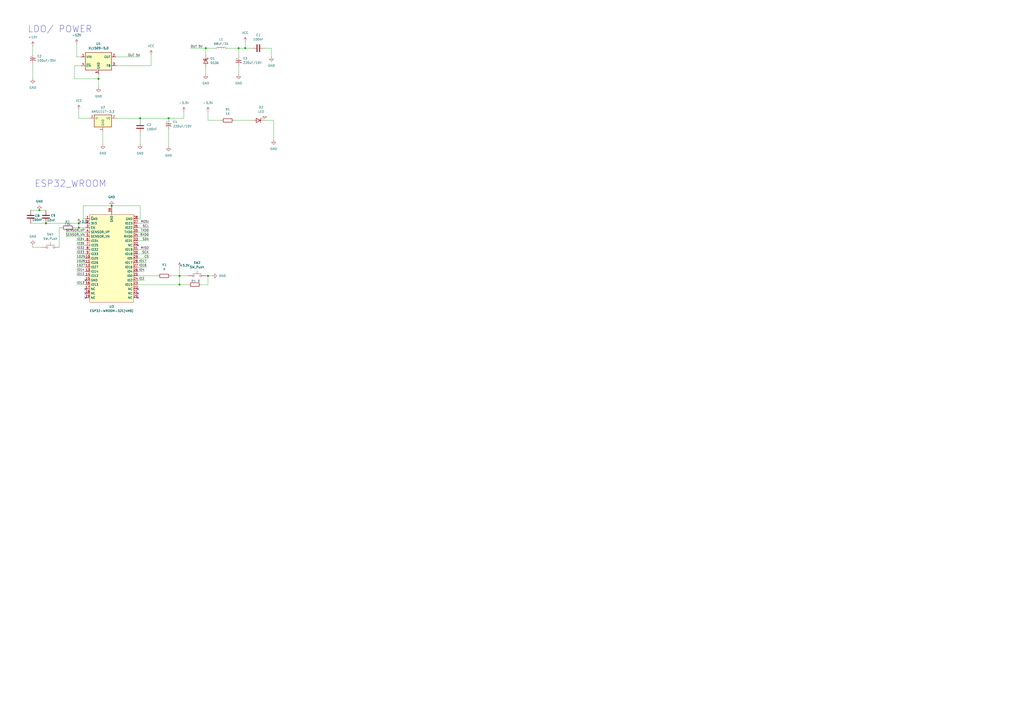
<source format=kicad_sch>
(kicad_sch (version 20250114) (generator "eeschema") (generator_version "9.0")
  (paper "A2")
  (lib_symbols
    (symbol "Device:C" (pin_numbers (hide yes)) (pin_names (offset 0.254))
      (property "Reference" "C" (at 0.635 2.54 0))
      (property "Value" "C" (at 0.635 -2.54 0))
      (symbol "C_0_1"
        (polyline (pts (xy -2.032 0.762) (xy 2.032 0.762)) (stroke (width 0.508)))
        (polyline (pts (xy -2.032 -0.762) (xy 2.032 -0.762)) (stroke (width 0.508)))
      )
      (symbol "C_1_1"
        (pin passive line (at 0 3.81 270) (length 2.794) (name "~") (number "1"))
        (pin passive line (at 0 -3.81 90) (length 2.794) (name "~") (number "2"))
      )
    )
    (symbol "Device:C_Polarized_Small_US" (pin_numbers (hide yes)) (pin_names (offset 0.254) (hide yes))
      (property "Reference" "C" (at 0.254 1.778 0))
      (property "Value" "C_Polarized_Small_US" (at 0.254 -2.032 0))
      (symbol "C_Polarized_Small_US_0_1"
        (polyline (pts (xy -1.524 0.508) (xy 1.524 0.508)) (stroke (width 0.3048)))
        (polyline (pts (xy -1.27 1.524) (xy -0.762 1.524)))
        (polyline (pts (xy -1.016 1.27) (xy -1.016 1.778)))
        (arc (start -1.524 -0.762) (mid 0 -0.3734) (end 1.524 -0.762) (stroke (width 0.3048)))
      )
      (symbol "C_Polarized_Small_US_1_1"
        (pin passive line (at 0 2.54 270) (length 2.032) (name "~") (number "1"))
        (pin passive line (at 0 -2.54 90) (length 2.032) (name "~") (number "2"))
      )
    )
    (symbol "Device:L" (pin_numbers (hide yes)) (pin_names (offset 1.016) (hide yes))
      (property "Reference" "L" (at -1.27 0 90))
      (property "Value" "L" (at 1.905 0 90))
      (symbol "L_0_1"
        (arc (start 0 2.54) (mid 0.6323 1.905) (end 0 1.27))
        (arc (start 0 1.27) (mid 0.6323 0.635) (end 0 0))
        (arc (start 0 0) (mid 0.6323 -0.635) (end 0 -1.27))
        (arc (start 0 -1.27) (mid 0.6323 -1.905) (end 0 -2.54))
      )
      (symbol "L_1_1"
        (pin passive line (at 0 3.81 270) (length 1.27) (name "1") (number "1"))
        (pin passive line (at 0 -3.81 90) (length 1.27) (name "2") (number "2"))
      )
    )
    (symbol "Device:LED" (pin_numbers (hide yes)) (pin_names (offset 1.016) (hide yes))
      (property "Reference" "D" (at 0 2.54 0))
      (property "Value" "LED" (at 0 -2.54 0))
      (symbol "LED_0_1"
        (polyline (pts (xy -3.048 -0.762) (xy -4.572 -2.286) (xy -3.81 -2.286) (xy -4.572 -2.286) (xy -4.572 -1.524)))
        (polyline (pts (xy -1.778 -0.762) (xy -3.302 -2.286) (xy -2.54 -2.286) (xy -3.302 -2.286) (xy -3.302 -1.524)))
        (polyline (pts (xy -1.27 0) (xy 1.27 0)))
        (polyline (pts (xy -1.27 -1.27) (xy -1.27 1.27)) (stroke (width 0.254)))
        (polyline (pts (xy 1.27 -1.27) (xy 1.27 1.27) (xy -1.27 0) (xy 1.27 -1.27)) (stroke (width 0.254)))
      )
      (symbol "LED_1_1"
        (pin passive line (at -3.81 0 0) (length 2.54) (name "K") (number "1"))
        (pin passive line (at 3.81 0 180) (length 2.54) (name "A") (number "2"))
      )
    )
    (symbol "Device:R" (pin_numbers (hide yes)) (pin_names (offset 0))
      (property "Reference" "R" (at 2.032 0 90))
      (property "Value" "R" (at 0 0 90))
      (symbol "R_0_1"
        (rectangle (start -1.016 -2.54) (end 1.016 2.54) (stroke (width 0.254)))
      )
      (symbol "R_1_1"
        (pin passive line (at 0 3.81 270) (length 1.27) (name "~") (number "1"))
        (pin passive line (at 0 -3.81 90) (length 1.27) (name "~") (number "2"))
      )
    )
    (symbol "Diode:1N6857" (pin_numbers (hide yes)) (pin_names (offset 1.016) (hide yes))
      (property "Reference" "D" (at 0 2.54 0))
      (property "Value" "1N6857" (at 0 -2.54 0))
      (symbol "1N6857_0_1"
        (polyline (pts (xy -1.905 0.635) (xy -1.905 1.27) (xy -1.27 1.27) (xy -1.27 -1.27) (xy -0.635 -1.27) (xy -0.635 -0.635)) (stroke (width 0.254)))
        (polyline (pts (xy 1.27 1.27) (xy 1.27 -1.27) (xy -1.27 0) (xy 1.27 1.27)) (stroke (width 0.254)))
        (polyline (pts (xy 1.27 0) (xy -1.27 0)))
      )
      (symbol "1N6857_1_1"
        (pin passive line (at -3.81 0 0) (length 2.54) (name "K") (number "1"))
        (pin passive line (at 3.81 0 180) (length 2.54) (name "A") (number "2"))
      )
    )
    (symbol "ESP32-WROOM-32E-N4:ESP32-WROOM-32E(4MB)"
      (property "Reference" "U" (at 0 35.56 0))
      (property "Value" "ESP32-WROOM-32E(4MB)" (at 0 -27.94 0))
      (symbol "ESP32-WROOM-32E(4MB)_0_1"
        (rectangle (start -12.7 25.4) (end 12.7 -25.4) (fill (type background)))
        (circle (center -11.43 24.13) (radius 0.38))
        (pin unspecified line (at -15.24 22.86 0) (length 2.54) (name "GND") (number "1"))
        (pin unspecified line (at -15.24 20.32 0) (length 2.54) (name "3V3") (number "2"))
        (pin unspecified line (at -15.24 17.78 0) (length 2.54) (name "EN") (number "3"))
        (pin unspecified line (at -15.24 15.24 0) (length 2.54) (name "SENSOR_VP") (number "4"))
        (pin unspecified line (at -15.24 12.7 0) (length 2.54) (name "SENSOR_VN") (number "5"))
        (pin unspecified line (at -15.24 10.16 0) (length 2.54) (name "IO34") (number "6"))
        (pin unspecified line (at -15.24 7.62 0) (length 2.54) (name "IO35") (number "7"))
        (pin unspecified line (at -15.24 5.08 0) (length 2.54) (name "IO32") (number "8"))
        (pin unspecified line (at -15.24 2.54 0) (length 2.54) (name "IO33") (number "9"))
        (pin unspecified line (at -15.24 0 0) (length 2.54) (name "IO25") (number "10"))
        (pin unspecified line (at -15.24 -2.54 0) (length 2.54) (name "IO26") (number "11"))
        (pin unspecified line (at -15.24 -5.08 0) (length 2.54) (name "IO27") (number "12"))
        (pin unspecified line (at -15.24 -7.62 0) (length 2.54) (name "IO14") (number "13"))
        (pin unspecified line (at -15.24 -10.16 0) (length 2.54) (name "IO12") (number "14"))
        (pin unspecified line (at -15.24 -12.7 0) (length 2.54) (name "GND") (number "15"))
        (pin unspecified line (at -15.24 -15.24 0) (length 2.54) (name "IO13") (number "16"))
        (pin unspecified line (at -15.24 -17.78 0) (length 2.54) (name "NC") (number "17"))
        (pin unspecified line (at -15.24 -20.32 0) (length 2.54) (name "NC") (number "18"))
        (pin unspecified line (at -15.24 -22.86 0) (length 2.54) (name "NC") (number "19"))
        (pin unspecified line (at 0 30.48 270) (length 5.08) (name "GND") (number "39"))
        (pin unspecified line (at 15.24 22.86 180) (length 2.54) (name "GND") (number "38"))
        (pin unspecified line (at 15.24 20.32 180) (length 2.54) (name "IO23") (number "37"))
        (pin unspecified line (at 15.24 17.78 180) (length 2.54) (name "IO22") (number "36"))
        (pin unspecified line (at 15.24 15.24 180) (length 2.54) (name "TXD0") (number "35"))
        (pin unspecified line (at 15.24 12.7 180) (length 2.54) (name "RXD0") (number "34"))
        (pin unspecified line (at 15.24 10.16 180) (length 2.54) (name "IO21") (number "33"))
        (pin unspecified line (at 15.24 7.62 180) (length 2.54) (name "NC") (number "32"))
        (pin unspecified line (at 15.24 5.08 180) (length 2.54) (name "IO19") (number "31"))
        (pin unspecified line (at 15.24 2.54 180) (length 2.54) (name "IO18") (number "30"))
        (pin unspecified line (at 15.24 0 180) (length 2.54) (name "IO5") (number "29"))
        (pin unspecified line (at 15.24 -2.54 180) (length 2.54) (name "IO17") (number "28"))
        (pin unspecified line (at 15.24 -5.08 180) (length 2.54) (name "IO16") (number "27"))
        (pin unspecified line (at 15.24 -7.62 180) (length 2.54) (name "IO4") (number "26"))
        (pin unspecified line (at 15.24 -10.16 180) (length 2.54) (name "IO0") (number "25"))
        (pin unspecified line (at 15.24 -12.7 180) (length 2.54) (name "IO2") (number "24"))
        (pin unspecified line (at 15.24 -15.24 180) (length 2.54) (name "IO15") (number "23"))
        (pin unspecified line (at 15.24 -17.78 180) (length 2.54) (name "NC") (number "22"))
        (pin unspecified line (at 15.24 -20.32 180) (length 2.54) (name "NC") (number "21"))
        (pin unspecified line (at 15.24 -22.86 180) (length 2.54) (name "NC") (number "20"))
      )
    )
    (symbol "Regulator_Linear:AMS1117-3.3"
      (property "Reference" "U" (at -3.81 3.175 0))
      (property "Value" "AMS1117-3.3" (at 0 3.175 0))
      (symbol "AMS1117-3.3_0_1"
        (rectangle (start -5.08 -5.08) (end 5.08 1.905) (stroke (width 0.254)) (fill (type background)))
      )
      (symbol "AMS1117-3.3_1_1"
        (pin power_in line (at -7.62 0 0) (length 2.54) (name "VI") (number "3"))
        (pin power_in line (at 0 -7.62 90) (length 2.54) (name "GND") (number "1"))
        (pin power_out line (at 7.62 0 180) (length 2.54) (name "VO") (number "2"))
      )
    )
    (symbol "Regulator_Switching:XL1509-5.0"
      (property "Reference" "U" (at -7.112 6.096 0))
      (property "Value" "XL1509-5.0" (at 5.842 6.096 0))
      (symbol "XL1509-5.0_0_1"
        (rectangle (start -7.62 5.08) (end 7.62 -5.08) (stroke (width 0.254)) (fill (type background)))
      )
      (symbol "XL1509-5.0_1_1"
        (pin power_in line (at -10.16 2.54 0) (length 2.54) (name "VIN") (number "1"))
        (pin input line (at -10.16 -2.54 0) (length 2.54) (name "~{EN}") (number "4"))
        (pin power_in line (at 0 -7.62 90) (length 2.54) (name "GND") (number "5"))
        (pin passive line (at 0 -7.62 90) (length 2.54) (hide yes) (name "GND") (number "6"))
        (pin passive line (at 0 -7.62 90) (length 2.54) (hide yes) (name "GND") (number "7"))
        (pin passive line (at 0 -7.62 90) (length 2.54) (hide yes) (name "GND") (number "8"))
        (pin power_out line (at 10.16 2.54 180) (length 2.54) (name "OUT") (number "2"))
        (pin input line (at 10.16 -2.54 180) (length 2.54) (name "FB") (number "3"))
      )
    )
    (symbol "Switch:SW_Push" (pin_numbers (hide yes)) (pin_names (offset 1.016) (hide yes))
      (property "Reference" "SW" (at 1.27 2.54 0))
      (property "Value" "SW_Push" (at 0 -1.524 0))
      (symbol "SW_Push_0_1"
        (circle (center -2.032 0) (radius 0.508))
        (polyline (pts (xy 0 1.27) (xy 0 3.048)))
        (circle (center 2.032 0) (radius 0.508))
        (polyline (pts (xy 2.54 1.27) (xy -2.54 1.27)))
        (pin passive line (at -5.08 0 0) (length 2.54) (name "1") (number "1"))
        (pin passive line (at 5.08 0 180) (length 2.54) (name "2") (number "2"))
      )
    )
    (symbol "power:+12V" (power) (pin_numbers (hide yes)) (pin_names (offset 0) (hide yes))
      (property "Value" "+12V" (at 0 3.556 0))
      (symbol "+12V_0_1"
        (polyline (pts (xy -0.762 1.27) (xy 0 2.54)))
        (polyline (pts (xy 0 2.54) (xy 0.762 1.27)))
        (polyline (pts (xy 0 0) (xy 0 2.54)))
      )
      (symbol "+12V_1_1"
        (pin power_in line (at 0 0 90) (length 0) (name "~") (number "1"))
      )
    )
    (symbol "power:+3.3V" (power) (pin_numbers (hide yes)) (pin_names (offset 0) (hide yes))
      (property "Value" "+3.3V" (at 0 3.556 0))
      (symbol "+3.3V_0_1"
        (polyline (pts (xy -0.762 1.27) (xy 0 2.54)))
        (polyline (pts (xy 0 2.54) (xy 0.762 1.27)))
        (polyline (pts (xy 0 0) (xy 0 2.54)))
      )
      (symbol "+3.3V_1_1"
        (pin power_in line (at 0 0 90) (length 0) (name "~") (number "1"))
      )
    )
    (symbol "power:GND" (power) (pin_numbers (hide yes)) (pin_names (offset 0) (hide yes))
      (property "Value" "GND" (at 0 -3.81 0))
      (symbol "GND_0_1"
        (polyline (pts (xy 0 0) (xy 0 -1.27) (xy 1.27 -1.27) (xy 0 -2.54) (xy -1.27 -1.27) (xy 0 -1.27)))
      )
      (symbol "GND_1_1"
        (pin power_in line (at 0 0 270) (length 0) (name "~") (number "1"))
      )
    )
    (symbol "power:VCC" (power) (pin_numbers (hide yes)) (pin_names (offset 0) (hide yes))
      (property "Value" "VCC" (at 0 3.556 0))
      (symbol "VCC_0_1"
        (polyline (pts (xy -0.762 1.27) (xy 0 2.54)))
        (polyline (pts (xy 0 2.54) (xy 0.762 1.27)))
        (polyline (pts (xy 0 0) (xy 0 2.54)))
      )
      (symbol "VCC_1_1"
        (pin power_in line (at 0 0 90) (length 0) (name "~") (number "1"))
      )
    )
  )
  (text "ESP32_WROOM" (at 40.894 106.68 0) (effects (font (size 3.81 3.81))))
  (text "LDO/ POWER" (at 34.798 17.018 0) (effects (font (size 3.81 3.81))))
  (junction (at 119.38 27.94))
  (junction (at 97.79 68.58))
  (junction (at 45.72 132.08))
  (junction (at 81.28 68.58))
  (junction (at 138.43 27.94))
  (junction (at 64.77 119.38))
  (junction (at 120.65 160.02))
  (junction (at 45.72 129.54))
  (junction (at 57.15 45.72))
  (junction (at 104.14 165.1))
  (junction (at 104.14 160.02))
  (junction (at 142.24 27.94))
  (junction (at 26.67 129.54))
  (junction (at 22.86 121.92))
  (no_connect (at 80.01 170.18))
  (no_connect (at 80.01 142.24))
  (no_connect (at 49.53 172.72))
  (no_connect (at 49.53 167.64))
  (no_connect (at 49.53 170.18))
  (no_connect (at 49.53 162.56))
  (no_connect (at 80.01 167.64))
  (no_connect (at 80.01 172.72))
  (wire (pts (xy 17.78 129.54) (xy 26.67 129.54)))
  (wire (pts (xy 67.31 68.58) (xy 81.28 68.58)))
  (wire (pts (xy 97.79 68.58) (xy 106.68 68.58)))
  (wire (pts (xy 44.45 25.4) (xy 44.45 33.02)))
  (wire (pts (xy 44.45 144.78) (xy 49.53 144.78)))
  (wire (pts (xy 104.14 154.94) (xy 104.14 160.02)))
  (wire (pts (xy 80.01 137.16) (xy 86.36 137.16)))
  (wire (pts (xy 45.72 132.08) (xy 49.53 132.08)))
  (wire (pts (xy 22.86 121.92) (xy 26.67 121.92)))
  (wire (pts (xy 106.68 64.77) (xy 106.68 68.58)))
  (wire (pts (xy 34.29 143.51) (xy 34.29 132.08)))
  (wire (pts (xy 80.01 147.32) (xy 86.36 147.32)))
  (wire (pts (xy 80.01 134.62) (xy 86.36 134.62)))
  (wire (pts (xy 120.65 64.77) (xy 120.65 69.85)))
  (wire (pts (xy 120.65 69.85) (xy 128.27 69.85)))
  (wire (pts (xy 87.63 31.75) (xy 87.63 38.1)))
  (wire (pts (xy 19.05 26.67) (xy 19.05 31.75)))
  (wire (pts (xy 97.79 74.93) (xy 97.79 85.09)))
  (wire (pts (xy 44.45 165.1) (xy 49.53 165.1)))
  (wire (pts (xy 45.72 129.54) (xy 45.72 132.08)))
  (wire (pts (xy 119.38 27.94) (xy 124.46 27.94)))
  (wire (pts (xy 138.43 27.94) (xy 138.43 33.02)))
  (wire (pts (xy 45.72 129.54) (xy 49.53 129.54)))
  (wire (pts (xy 80.01 160.02) (xy 91.44 160.02)))
  (wire (pts (xy 57.15 43.18) (xy 57.15 45.72)))
  (wire (pts (xy 49.53 127) (xy 48.26 127)))
  (wire (pts (xy 81.28 127) (xy 81.28 119.38)))
  (wire (pts (xy 44.45 157.48) (xy 49.53 157.48)))
  (wire (pts (xy 46.99 38.1) (xy 43.18 38.1)))
  (wire (pts (xy 99.06 160.02) (xy 104.14 160.02)))
  (wire (pts (xy 64.77 124.46) (xy 64.77 119.38)))
  (wire (pts (xy 24.13 143.51) (xy 19.05 143.51)))
  (wire (pts (xy 119.38 160.02) (xy 120.65 160.02)))
  (wire (pts (xy 19.05 36.83) (xy 19.05 45.72)))
  (wire (pts (xy 80.01 162.56) (xy 83.82 162.56)))
  (wire (pts (xy 153.67 69.85) (xy 158.75 69.85)))
  (wire (pts (xy 26.67 129.54) (xy 45.72 129.54)))
  (wire (pts (xy 81.28 68.58) (xy 81.28 69.85)))
  (wire (pts (xy 110.49 27.94) (xy 119.38 27.94)))
  (wire (pts (xy 81.28 119.38) (xy 64.77 119.38)))
  (wire (pts (xy 80.01 139.7) (xy 86.36 139.7)))
  (wire (pts (xy 67.31 38.1) (xy 87.63 38.1)))
  (wire (pts (xy 142.24 24.13) (xy 142.24 27.94)))
  (wire (pts (xy 57.15 45.72) (xy 57.15 50.8)))
  (wire (pts (xy 97.79 68.58) (xy 97.79 69.85)))
  (wire (pts (xy 38.1 134.62) (xy 49.53 134.62)))
  (wire (pts (xy 80.01 127) (xy 81.28 127)))
  (wire (pts (xy 43.18 38.1) (xy 43.18 45.72)))
  (wire (pts (xy 80.01 149.86) (xy 86.36 149.86)))
  (wire (pts (xy 104.14 165.1) (xy 109.22 165.1)))
  (wire (pts (xy 44.45 152.4) (xy 49.53 152.4)))
  (wire (pts (xy 44.45 139.7) (xy 49.53 139.7)))
  (wire (pts (xy 48.26 127) (xy 48.26 119.38)))
  (wire (pts (xy 44.45 142.24) (xy 49.53 142.24)))
  (wire (pts (xy 45.72 132.08) (xy 43.18 132.08)))
  (wire (pts (xy 119.38 39.37) (xy 119.38 43.18)))
  (wire (pts (xy 119.38 27.94) (xy 119.38 31.75)))
  (wire (pts (xy 158.75 69.85) (xy 158.75 81.28)))
  (wire (pts (xy 120.65 160.02) (xy 120.65 165.1)))
  (wire (pts (xy 80.01 132.08) (xy 86.36 132.08)))
  (wire (pts (xy 48.26 119.38) (xy 64.77 119.38)))
  (wire (pts (xy 104.14 160.02) (xy 104.14 165.1)))
  (wire (pts (xy 80.01 129.54) (xy 86.36 129.54)))
  (wire (pts (xy 44.45 154.94) (xy 49.53 154.94)))
  (wire (pts (xy 19.05 143.51) (xy 19.05 142.24)))
  (wire (pts (xy 59.69 76.2) (xy 59.69 83.82)))
  (wire (pts (xy 44.45 149.86) (xy 49.53 149.86)))
  (wire (pts (xy 46.99 33.02) (xy 44.45 33.02)))
  (wire (pts (xy 44.45 160.02) (xy 49.53 160.02)))
  (wire (pts (xy 80.01 152.4) (xy 85.09 152.4)))
  (wire (pts (xy 81.28 77.47) (xy 81.28 83.82)))
  (wire (pts (xy 153.67 27.94) (xy 157.48 27.94)))
  (wire (pts (xy 34.29 132.08) (xy 35.56 132.08)))
  (wire (pts (xy 80.01 157.48) (xy 83.82 157.48)))
  (wire (pts (xy 45.72 63.5) (xy 45.72 68.58)))
  (wire (pts (xy 142.24 27.94) (xy 146.05 27.94)))
  (wire (pts (xy 138.43 38.1) (xy 138.43 43.18)))
  (wire (pts (xy 81.28 68.58) (xy 97.79 68.58)))
  (wire (pts (xy 157.48 27.94) (xy 157.48 33.02)))
  (wire (pts (xy 67.31 33.02) (xy 81.28 33.02)))
  (wire (pts (xy 38.1 137.16) (xy 49.53 137.16)))
  (wire (pts (xy 43.18 45.72) (xy 57.15 45.72)))
  (wire (pts (xy 80.01 144.78) (xy 86.36 144.78)))
  (wire (pts (xy 120.65 160.02) (xy 123.19 160.02)))
  (wire (pts (xy 132.08 27.94) (xy 138.43 27.94)))
  (wire (pts (xy 138.43 27.94) (xy 142.24 27.94)))
  (wire (pts (xy 52.07 68.58) (xy 45.72 68.58)))
  (wire (pts (xy 135.89 69.85) (xy 146.05 69.85)))
  (wire (pts (xy 116.84 165.1) (xy 120.65 165.1)))
  (wire (pts (xy 104.14 160.02) (xy 109.22 160.02)))
  (wire (pts (xy 80.01 165.1) (xy 104.14 165.1)))
  (wire (pts (xy 17.78 121.92) (xy 22.86 121.92)))
  (wire (pts (xy 44.45 147.32) (xy 49.53 147.32)))
  (wire (pts (xy 80.01 154.94) (xy 85.09 154.94)))
  (label "RXD0" (at 86.36 137.16 180))
  (label "IO35" (at 44.45 142.24 0))
  (label "IO33" (at 44.45 147.32 0))
  (label "MOSI" (at 86.36 129.54 180))
  (label "MISO" (at 86.36 144.78 180))
  (label "TXD0" (at 86.36 134.62 180))
  (label "SENSOR_VP" (at 38.1 134.62 0))
  (label "CS" (at 86.36 149.86 180))
  (label "SCL" (at 86.36 132.08 180))
  (label "IO13" (at 44.45 165.1 0))
  (label "IO32" (at 44.45 144.78 0))
  (label "1026" (at 44.45 152.4 0))
  (label "IO4" (at 83.82 157.48 180))
  (label "1027" (at 44.45 154.94 0))
  (label "IO2" (at 83.82 162.56 180))
  (label "SENSOR_VN" (at 38.1 137.16 0))
  (label "SDA" (at 86.36 139.7 180))
  (label "OUT 5V" (at 110.49 27.94 0))
  (label "IO16" (at 85.09 154.94 180))
  (label "OUT 5V" (at 81.28 33.02 180))
  (label "IO34" (at 44.45 139.7 0))
  (label "SCK" (at 86.36 147.32 180))
  (label "1025" (at 44.45 149.86 0))
  (label "IO17" (at 85.09 152.4 180))
  (label "IO14" (at 44.45 157.48 0))
  (label "IO12" (at 44.45 160.02 0))
  (symbol (lib_id "Switch:SW_Push") (at 114.3 160.02 0) (unit 1)
    (property "Reference" "SW2" (at 114.3 152.4 0))
    (property "Value" "SW_Push" (at 114.3 154.94 0))
    (property "Description" "Push button switch, generic, two pins" (effects (hide yes)))
  )
  (symbol (lib_id "power:GND") (at 22.86 121.92 180) (unit 1)
    (property "Reference" "#PWR031" (effects (hide yes)))
    (property "Value" "GND" (at 22.86 116.84 0))
    (property "Description" "Power symbol creates a global label with name \"GND\" , ground" (effects (hide yes)))
  )
  (symbol (lib_id "power:GND") (at 158.75 81.28 0) (unit 1)
    (property "Reference" "#PWR012" (effects (hide yes)))
    (property "Value" "GND" (at 158.75 86.36 0))
    (property "Description" "Power symbol creates a global label with name \"GND\" , ground" (effects (hide yes)))
  )
  (symbol (lib_id "Device:C") (at 149.86 27.94 90) (unit 1)
    (property "Reference" "C1" (at 149.86 20.32 90))
    (property "Value" "100nF" (at 149.86 22.86 90))
    (property "Footprint" "Capacitor_Tantalum_SMD:CP_EIA-3216-18_Kemet-A" (effects (hide yes)))
    (property "Description" "Unpolarized capacitor" (effects (hide yes)))
  )
  (symbol (lib_id "Device:R") (at 113.03 165.1 270) (unit 1)
    (property "Reference" "R4" (at 112.268 163.068 90))
    (property "Value" "R" (at 115.316 163.068 90))
    (property "Description" "Resistor" (effects (hide yes)))
  )
  (symbol (lib_id "Diode:1N6857") (at 119.38 35.56 270) (unit 1)
    (property "Reference" "D1" (at 121.92 33.9724 90) (effects (justify left)))
    (property "Value" "SS36" (at 121.92 36.5124 90) (effects (justify left)))
    (property "Footprint" "Diode_THT:D_DO-35_SOD27_P7.62mm_Horizontal" (effects (hide yes)))
    (property "Datasheet" "https://www.microsemi.com/document-portal/doc_download/8865-lds-0040-datasheet" (effects (hide yes)))
    (property "Description" "20V 150mA Schottky diode, DO-35" (effects (hide yes)))
  )
  (symbol (lib_id "power:+3.3V") (at 106.68 64.77 0) (unit 1)
    (property "Reference" "#PWR010" (effects (hide yes)))
    (property "Value" "-3.3V" (at 106.68 59.69 0))
    (property "Description" "Power symbol creates a global label with name \"+3.3V\"" (effects (hide yes)))
  )
  (symbol (lib_id "power:GND") (at 59.69 83.82 0) (unit 1)
    (property "Reference" "#PWR05" (effects (hide yes)))
    (property "Value" "GND" (at 59.69 88.9 0))
    (property "Description" "Power symbol creates a global label with name \"GND\" , ground" (effects (hide yes)))
  )
  (symbol (lib_id "power:+3.3V") (at 120.65 64.77 0) (unit 1)
    (property "Reference" "#PWR018" (effects (hide yes)))
    (property "Value" "-3.3V" (at 120.65 59.69 0))
    (property "Description" "Power symbol creates a global label with name \"+3.3V\"" (effects (hide yes)))
  )
  (symbol (lib_id "Device:L") (at 128.27 27.94 90) (unit 1)
    (property "Reference" "L1" (at 128.27 22.86 90))
    (property "Value" "68uF/2A" (at 128.27 25.4 90))
    (property "Footprint" "Inductor_SMD:L_Sunlord_MWSA0605S" (effects (hide yes)))
    (property "Description" "Inductor" (effects (hide yes)))
  )
  (symbol (lib_id "Device:C_Polarized_Small_US") (at 138.43 35.56 0) (unit 1)
    (property "Reference" "E3" (at 140.97 33.8581 0) (effects (justify left)))
    (property "Value" "220uF/10V" (at 140.97 36.3981 0) (effects (justify left)))
    (property "Footprint" "Capacitor_SMD:C_1808_4520Metric_Pad1.72x2.30mm_HandSolder" (effects (hide yes)))
    (property "Description" "Polarized capacitor, small US symbol" (effects (hide yes)))
  )
  (symbol (lib_id "power:GND") (at 19.05 45.72 0) (unit 1)
    (property "Reference" "#PWR02" (effects (hide yes)))
    (property "Value" "GND" (at 19.05 50.8 0))
    (property "Description" "Power symbol creates a global label with name \"GND\" , ground" (effects (hide yes)))
  )
  (symbol (lib_id "Regulator_Switching:XL1509-5.0") (at 57.15 35.56 0) (unit 1)
    (property "Reference" "U1" (at 57.15 25.4 0))
    (property "Value" "XL1509-5.0" (at 57.15 27.94 0))
    (property "Footprint" "Package_SO:SOIC-8_3.9x4.9mm_P1.27mm" (effects (hide yes)))
    (property "Datasheet" "https://datasheet.lcsc.com/lcsc/1809050422_XLSEMI-XL1509-5-0E1_C61063.pdf" (effects (hide yes)))
    (property "Description" "Buck DC/DC Converter, 2A, 5V Output Voltage, 7-40V Input Voltage" (effects (hide yes)))
  )
  (symbol (lib_id "ESP32-WROOM-32E-N4:ESP32-WROOM-32E(4MB)") (at 64.77 149.86 0) (unit 1)
    (property "Reference" "U3" (at 64.77 177.8 0))
    (property "Value" "ESP32-WROOM-32E(4MB)" (at 64.77 180.34 0))
    (property "Footprint" "ESP32-WROOM-32E-N4:WIFI-SMD_ESP32-WROOM-32E" (effects (hide yes)))
    (property "Datasheet" "https://lcsc.com/product-detail/WIFI-Modules_Espressif-Systems-ESP32-WROOM-32E-4MB_C701341.html" (effects (hide yes)))
    (property "LCSC Part" "C701341" (effects (hide yes)))
  )
  (symbol (lib_id "power:+12V") (at 44.45 25.4 0) (unit 1)
    (property "Reference" "#PWR03" (effects (hide yes)))
    (property "Value" "-12V" (at 44.45 20.32 0))
    (property "Description" "Power symbol creates a global label with name \"+12V\"" (effects (hide yes)))
  )
  (symbol (lib_id "Switch:SW_Push") (at 29.21 143.51 0) (unit 1)
    (property "Reference" "SW1" (at 29.21 135.89 0))
    (property "Value" "SW_Push" (at 29.21 138.43 0))
    (property "Description" "Push button switch, generic, two pins" (effects (hide yes)))
  )
  (symbol (lib_id "Device:C_Polarized_Small_US") (at 97.79 72.39 0) (unit 1)
    (property "Reference" "E4" (at 100.33 70.6881 0) (effects (justify left)))
    (property "Value" "220uF/10V" (at 100.33 73.2281 0) (effects (justify left)))
    (property "Footprint" "Capacitor_SMD:C_1808_4520Metric_Pad1.72x2.30mm_HandSolder" (effects (hide yes)))
    (property "Description" "Polarized capacitor, small US symbol" (effects (hide yes)))
  )
  (symbol (lib_id "power:GND") (at 157.48 33.02 0) (unit 1)
    (property "Reference" "#PWR017" (effects (hide yes)))
    (property "Value" "GND" (at 157.48 38.1 0))
    (property "Description" "Power symbol creates a global label with name \"GND\" , ground" (effects (hide yes)))
  )
  (symbol (lib_id "Device:C") (at 81.28 73.66 180) (unit 1)
    (property "Reference" "C2" (at 85.09 72.3899 0) (effects (justify right)))
    (property "Value" "100nF" (at 85.09 74.9299 0) (effects (justify right)))
    (property "Footprint" "Capacitor_Tantalum_SMD:CP_EIA-3216-18_Kemet-A" (effects (hide yes)))
    (property "Description" "Unpolarized capacitor" (effects (hide yes)))
  )
  (symbol (lib_id "Device:C_Polarized_Small_US") (at 19.05 34.29 0) (unit 1)
    (property "Reference" "E2" (at 21.59 32.5881 0) (effects (justify left)))
    (property "Value" "100uF/35V" (at 21.59 35.1281 0) (effects (justify left)))
    (property "Footprint" "Capacitor_SMD:C_1808_4520Metric_Pad1.72x2.30mm_HandSolder" (effects (hide yes)))
    (property "Description" "Polarized capacitor, small US symbol" (effects (hide yes)))
  )
  (symbol (lib_id "power:GND") (at 19.05 142.24 180) (unit 1)
    (property "Reference" "#PWR019" (effects (hide yes)))
    (property "Value" "GND" (at 19.05 137.16 0))
    (property "Description" "Power symbol creates a global label with name \"GND\" , ground" (effects (hide yes)))
  )
  (symbol (lib_id "power:GND") (at 64.77 119.38 180) (unit 1)
    (property "Reference" "#PWR09" (effects (hide yes)))
    (property "Value" "GND" (at 64.77 114.3 0))
    (property "Description" "Power symbol creates a global label with name \"GND\" , ground" (effects (hide yes)))
  )
  (symbol (lib_id "Device:R") (at 39.37 132.08 90) (unit 1)
    (property "Reference" "R2" (at 39.116 128.778 90))
    (property "Value" "10K" (at 39.37 130.302 90))
    (property "Description" "Resistor" (effects (hide yes)))
  )
  (symbol (lib_id "Device:R") (at 132.08 69.85 90) (unit 1)
    (property "Reference" "R1" (at 132.08 63.5 90))
    (property "Value" "1K" (at 132.08 66.04 90))
    (property "Footprint" "Resistor_SMD:R_1206_3216Metric" (effects (hide yes)))
    (property "Description" "Resistor" (effects (hide yes)))
  )
  (symbol (lib_id "power:GND") (at 138.43 43.18 0) (unit 1)
    (property "Reference" "#PWR016" (effects (hide yes)))
    (property "Value" "GND" (at 138.43 48.26 0))
    (property "Description" "Power symbol creates a global label with name \"GND\" , ground" (effects (hide yes)))
  )
  (symbol (lib_id "power:+3.3V") (at 45.72 129.54 0) (unit 1)
    (property "Reference" "#PWR08" (effects (hide yes)))
    (property "Value" "+3.3V" (at 45.72 128.524 0) (effects (justify left)))
    (property "Description" "Power symbol creates a global label with name \"+3.3V\"" (effects (hide yes)))
  )
  (symbol (lib_id "power:VCC") (at 45.72 63.5 0) (unit 1)
    (property "Reference" "#PWR06" (effects (hide yes)))
    (property "Value" "VCC" (at 45.72 58.42 0))
    (property "Description" "Power symbol creates a global label with name \"VCC\"" (effects (hide yes)))
  )
  (symbol (lib_id "power:GND") (at 57.15 50.8 0) (unit 1)
    (property "Reference" "#PWR04" (effects (hide yes)))
    (property "Value" "GND" (at 57.15 55.88 0))
    (property "Description" "Power symbol creates a global label with name \"GND\" , ground" (effects (hide yes)))
  )
  (symbol (lib_id "power:GND") (at 123.19 160.02 90) (unit 1)
    (property "Reference" "#PWR021" (effects (hide yes)))
    (property "Value" "GND" (at 127 160.0199 90) (effects (justify right)))
    (property "Description" "Power symbol creates a global label with name \"GND\" , ground" (effects (hide yes)))
  )
  (symbol (lib_id "power:GND") (at 81.28 83.82 0) (unit 1)
    (property "Reference" "#PWR013" (effects (hide yes)))
    (property "Value" "GND" (at 81.28 88.9 0))
    (property "Description" "Power symbol creates a global label with name \"GND\" , ground" (effects (hide yes)))
  )
  (symbol (lib_id "Device:C") (at 26.67 125.73 0) (unit 1)
    (property "Reference" "C9" (at 29.464 124.968 0) (effects (justify left)))
    (property "Value" "10nF" (at 27.178 127.762 0) (effects (justify left)))
    (property "Description" "Unpolarized capacitor" (effects (hide yes)))
  )
  (symbol (lib_id "power:VCC") (at 142.24 24.13 0) (unit 1)
    (property "Reference" "#PWR011" (effects (hide yes)))
    (property "Value" "VCC" (at 142.24 19.05 0))
    (property "Description" "Power symbol creates a global label with name \"VCC\"" (effects (hide yes)))
  )
  (symbol (lib_id "Device:C") (at 17.78 125.73 0) (unit 1)
    (property "Reference" "C8" (at 20.32 125.222 0) (effects (justify left)))
    (property "Value" "100nF" (at 18.542 127.508 0) (effects (justify left)))
    (property "Description" "Unpolarized capacitor" (effects (hide yes)))
  )
  (symbol (lib_id "power:VCC") (at 87.63 31.75 0) (unit 1)
    (property "Reference" "#PWR07" (effects (hide yes)))
    (property "Value" "VCC" (at 87.63 26.67 0))
    (property "Description" "Power symbol creates a global label with name \"VCC\"" (effects (hide yes)))
  )
  (symbol (lib_id "Device:R") (at 95.25 160.02 270) (unit 1)
    (property "Reference" "R3" (at 95.25 153.67 90))
    (property "Value" "R" (at 95.25 156.21 90))
    (property "Description" "Resistor" (effects (hide yes)))
  )
  (symbol (lib_id "power:GND") (at 119.38 43.18 0) (unit 1)
    (property "Reference" "#PWR015" (effects (hide yes)))
    (property "Value" "GND" (at 119.38 48.26 0))
    (property "Description" "Power symbol creates a global label with name \"GND\" , ground" (effects (hide yes)))
  )
  (symbol (lib_id "Device:LED") (at 149.86 69.85 180) (unit 1)
    (property "Reference" "D2" (at 151.4475 62.23 0))
    (property "Value" "LED" (at 151.4475 64.77 0))
    (property "Footprint" "LED_SMD:LED_Cree-XP" (effects (hide yes)))
    (property "Description" "Light emitting diode" (effects (hide yes)))
    (property "Sim.Pins" "1=K 2=A" (effects (hide yes)))
  )
  (symbol (lib_id "power:+12V") (at 19.05 26.67 0) (unit 1)
    (property "Reference" "#PWR01" (effects (hide yes)))
    (property "Value" "+12V" (at 19.05 21.59 0))
    (property "Description" "Power symbol creates a global label with name \"+12V\"" (effects (hide yes)))
  )
  (symbol (lib_id "Regulator_Linear:AMS1117-3.3") (at 59.69 68.58 0) (unit 1)
    (property "Reference" "U2" (at 59.69 62.23 0))
    (property "Value" "AMS1117-3.3" (at 59.69 64.77 0))
    (property "Footprint" "Package_TO_SOT_SMD:SOT-223-3_TabPin2" (effects (hide yes)))
    (property "Datasheet" "http://www.advanced-monolithic.com/pdf/ds1117.pdf" (effects (hide yes)))
    (property "Description" "1A Low Dropout regulator, positive, 3.3V fixed output, SOT-223" (effects (hide yes)))
  )
  (symbol (lib_id "power:GND") (at 97.79 85.09 0) (unit 1)
    (property "Reference" "#PWR014" (effects (hide yes)))
    (property "Value" "GND" (at 97.79 90.17 0))
    (property "Description" "Power symbol creates a global label with name \"GND\" , ground" (effects (hide yes)))
  )
  (symbol (lib_id "power:+3.3V") (at 104.14 154.94 0) (unit 1)
    (property "Reference" "#PWR020" (effects (hide yes)))
    (property "Value" "+3.3V" (at 104.14 153.924 0) (effects (justify left)))
    (property "Description" "Power symbol creates a global label with name \"+3.3V\"" (effects (hide yes)))
  )
)
</source>
